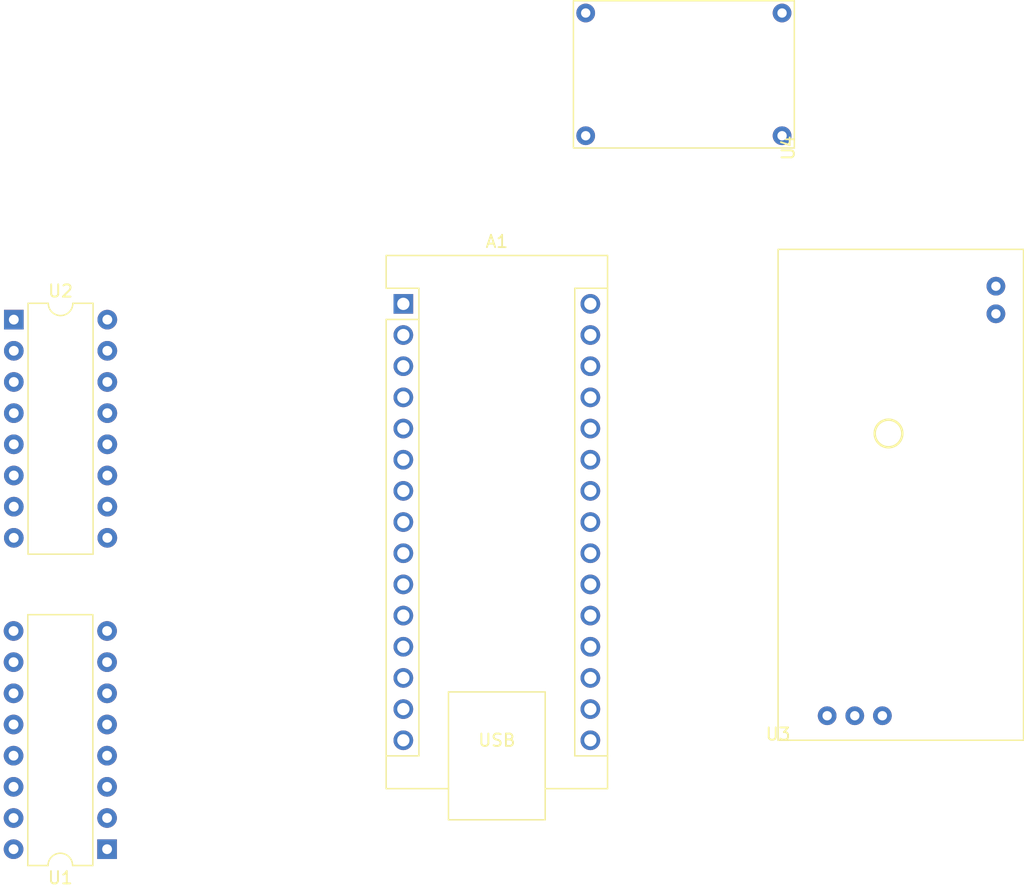
<source format=kicad_pcb>
(kicad_pcb (version 20211014) (generator pcbnew)
  (layers (0 "F.Cu" signal) (31 "B.Cu" signal) (34 "B.Paste" user) (35 "F.Paste" user) (36 "B.SilkS" user "B.Silkscreen") (37 "F.SilkS" user "F.Silkscreen") (38 "B.Mask" user) (39 "F.Mask" user) (44 "Edge.Cuts" user))
  (net 0 "")
  (net 4 "GND")
  (net 6 "Net-(U2-Pad1)")
  (net 7 "Net-(A1-Pad7)")
  (net 8 "Net-(A1-Pad8)")
  (net 9 "Net-(A1-Pad9)")
  (net 10 "Net-(A1-Pad10)")
  (net 11 "Net-(A1-Pad11)")
  (net 12 "Net-(A1-Pad12)")
  (net 13 "Net-(A1-Pad13)")
  (net 27 "VCC")
  (net 29 "Net-(A1-Pad30)")
  (net 41 "Net-(U2-Pad12)")
  (footprint "Package_DIP:DIP-16_W7.62mm" (layer "F.Cu") (at 90.16 113.015 180)
    (fp_text reference "U1" (at 3.81 -2.33) (layer "F.SilkS"))
    (fp_text value "74141")
    (fp_line (start 1.16 -1.33) (end 1.16 19.11) (layer "F.SilkS") (width 0.12))
    (fp_line (start 2.81 -1.33) (end 1.16 -1.33) (layer "F.SilkS") (width 0.12))
    (fp_line (start 6.46 -1.33) (end 4.81 -1.33) (layer "F.SilkS") (width 0.12))
    (fp_line (start 1.16 19.11) (end 6.46 19.11) (layer "F.SilkS") (width 0.12))
    (fp_line (start 6.46 19.11) (end 6.46 -1.33) (layer "F.SilkS") (width 0.12))
    (fp_arc (start 4.81 -1.33) (mid 3.81 -0.33) (end 2.81 -1.33) (layer "F.SilkS") (width 0.12))
    (pad "1" thru_hole rect (at 0 0 180) (size 1.6 1.6) (drill 0.8) (layers *.Cu *.Mask))
    (pad "2" thru_hole oval (at 0 2.54 180) (size 1.6 1.6) (drill 0.8) (layers *.Cu *.Mask))
    (pad "3" thru_hole oval (at 0 5.08 180) (size 1.6 1.6) (drill 0.8) (layers *.Cu *.Mask) (net 10 "Net-(A1-Pad10)"))
    (pad "4" thru_hole oval (at 0 7.62 180) (size 1.6 1.6) (drill 0.8) (layers *.Cu *.Mask) (net 13 "Net-(A1-Pad13)"))
    (pad "5" thru_hole oval (at 0 10.16 180) (size 1.6 1.6) (drill 0.8) (layers *.Cu *.Mask) (net 27 "VCC"))
    (pad "6" thru_hole oval (at 0 12.7 180) (size 1.6 1.6) (drill 0.8) (layers *.Cu *.Mask) (net 11 "Net-(A1-Pad11)"))
    (pad "7" thru_hole oval (at 0 15.24 180) (size 1.6 1.6) (drill 0.8) (layers *.Cu *.Mask) (net 12 "Net-(A1-Pad12)"))
    (pad "8" thru_hole oval (at 0 17.78 180) (size 1.6 1.6) (drill 0.8) (layers *.Cu *.Mask))
    (pad "9" thru_hole oval (at 7.62 17.78 180) (size 1.6 1.6) (drill 0.8) (layers *.Cu *.Mask))
    (pad "10" thru_hole oval (at 7.62 15.24 180) (size 1.6 1.6) (drill 0.8) (layers *.Cu *.Mask))
    (pad "11" thru_hole oval (at 7.62 12.7 180) (size 1.6 1.6) (drill 0.8) (layers *.Cu *.Mask))
    (pad "12" thru_hole oval (at 7.62 10.16 180) (size 1.6 1.6) (drill 0.8) (layers *.Cu *.Mask) (net 4 "GND"))
    (pad "13" thru_hole oval (at 7.62 7.62 180) (size 1.6 1.6) (drill 0.8) (layers *.Cu *.Mask))
    (pad "14" thru_hole oval (at 7.62 5.08 180) (size 1.6 1.6) (drill 0.8) (layers *.Cu *.Mask))
    (pad "15" thru_hole oval (at 7.62 2.54 180) (size 1.6 1.6) (drill 0.8) (layers *.Cu *.Mask))
    (pad "16" thru_hole oval (at 7.62 0 180) (size 1.6 1.6) (drill 0.8) (layers *.Cu *.Mask))
  )
  (footprint "Module:Arduino_Nano" (layer "F.Cu") (at 114.3 68.58)
    (fp_text reference "A1" (at 7.62 -5.08) (layer "F.SilkS"))
    (fp_text value "Arduino_Nano_Every")
    (fp_text user "USB" (at 7.62 35.56 unlocked) (layer "F.SilkS"))
    (fp_line (start 1.27 1.27) (end 1.27 -1.27) (layer "F.SilkS") (width 0.12))
    (fp_line (start 3.68 31.62) (end 11.56 31.62) (layer "F.SilkS") (width 0.12))
    (fp_line (start 1.27 1.27) (end 1.27 36.83) (layer "F.SilkS") (width 0.12))
    (fp_line (start 11.56 42.04) (end 3.68 42.04) (layer "F.SilkS") (width 0.12))
    (fp_line (start 1.27 -1.27) (end -1.4 -1.27) (layer "F.SilkS") (width 0.12))
    (fp_line (start 11.56 31.62) (end 11.56 42.04) (layer "F.SilkS") (width 0.12))
    (fp_line (start -1.4 -3.94) (end -1.4 -1.27) (layer "F.SilkS") (width 0.12))
    (fp_line (start 16.64 -3.94) (end -1.4 -3.94) (layer "F.SilkS") (width 0.12))
    (fp_line (start 13.97 -1.27) (end 13.97 36.83) (layer "F.SilkS") (width 0.12))
    (fp_line (start 1.27 36.83) (end -1.4 36.83) (layer "F.SilkS") (width 0.12))
    (fp_line (start 16.64 39.5) (end 16.64 -3.94) (layer "F.SilkS") (width 0.12))
    (fp_line (start 13.97 36.83) (end 16.64 36.83) (layer "F.SilkS") (width 0.12))
    (fp_line (start 3.68 42.04) (end 3.68 31.62) (layer "F.SilkS") (width 0.12))
    (fp_line (start 13.97 -1.27) (end 16.64 -1.27) (layer "F.SilkS") (width 0.12))
    (fp_line (start -1.4 1.27) (end -1.4 39.5) (layer "F.SilkS") (width 0.12))
    (fp_line (start 16.64 39.5) (end 11.56 39.5) (layer "F.SilkS") (width 0.12))
    (fp_line (start 1.27 1.27) (end -1.4 1.27) (layer "F.SilkS") (width 0.12))
    (fp_line (start -1.4 39.5) (end 3.68 39.5) (layer "F.SilkS") (width 0.12))
    (pad "1" thru_hole rect (at 0 0) (size 1.6 1.6) (drill 1) (layers *.Cu *.Mask))
    (pad "2" thru_hole oval (at 0 2.54) (size 1.6 1.6) (drill 1) (layers *.Cu *.Mask))
    (pad "3" thru_hole oval (at 0 5.08) (size 1.6 1.6) (drill 1) (layers *.Cu *.Mask))
    (pad "4" thru_hole oval (at 0 7.62) (size 1.6 1.6) (drill 1) (layers *.Cu *.Mask) (net 4 "GND"))
    (pad "5" thru_hole oval (at 0 10.16) (size 1.6 1.6) (drill 1) (layers *.Cu *.Mask))
    (pad "6" thru_hole oval (at 0 12.7) (size 1.6 1.6) (drill 1) (layers *.Cu *.Mask) (net 6 "Net-(U2-Pad1)"))
    (pad "7" thru_hole oval (at 0 15.24) (size 1.6 1.6) (drill 1) (layers *.Cu *.Mask) (net 7 "Net-(A1-Pad7)"))
    (pad "8" thru_hole oval (at 0 17.78) (size 1.6 1.6) (drill 1) (layers *.Cu *.Mask) (net 8 "Net-(A1-Pad8)"))
    (pad "9" thru_hole oval (at 0 20.32) (size 1.6 1.6) (drill 1) (layers *.Cu *.Mask) (net 9 "Net-(A1-Pad9)"))
    (pad "10" thru_hole oval (at 0 22.86) (size 1.6 1.6) (drill 1) (layers *.Cu *.Mask) (net 10 "Net-(A1-Pad10)"))
    (pad "11" thru_hole oval (at 0 25.4) (size 1.6 1.6) (drill 1) (layers *.Cu *.Mask) (net 11 "Net-(A1-Pad11)"))
    (pad "12" thru_hole oval (at 0 27.94) (size 1.6 1.6) (drill 1) (layers *.Cu *.Mask) (net 12 "Net-(A1-Pad12)"))
    (pad "13" thru_hole oval (at 0 30.48) (size 1.6 1.6) (drill 1) (layers *.Cu *.Mask) (net 13 "Net-(A1-Pad13)"))
    (pad "14" thru_hole oval (at 0 33.02) (size 1.6 1.6) (drill 1) (layers *.Cu *.Mask))
    (pad "15" thru_hole oval (at 0 35.56) (size 1.6 1.6) (drill 1) (layers *.Cu *.Mask))
    (pad "16" thru_hole oval (at 15.24 35.56) (size 1.6 1.6) (drill 1) (layers *.Cu *.Mask))
    (pad "17" thru_hole oval (at 15.24 33.02) (size 1.6 1.6) (drill 1) (layers *.Cu *.Mask))
    (pad "18" thru_hole oval (at 15.24 30.48) (size 1.6 1.6) (drill 1) (layers *.Cu *.Mask))
    (pad "19" thru_hole oval (at 15.24 27.94) (size 1.6 1.6) (drill 1) (layers *.Cu *.Mask))
    (pad "20" thru_hole oval (at 15.24 25.4) (size 1.6 1.6) (drill 1) (layers *.Cu *.Mask))
    (pad "21" thru_hole oval (at 15.24 22.86) (size 1.6 1.6) (drill 1) (layers *.Cu *.Mask))
    (pad "22" thru_hole oval (at 15.24 20.32) (size 1.6 1.6) (drill 1) (layers *.Cu *.Mask))
    (pad "23" thru_hole oval (at 15.24 17.78) (size 1.6 1.6) (drill 1) (layers *.Cu *.Mask))
    (pad "24" thru_hole oval (at 15.24 15.24) (size 1.6 1.6) (drill 1) (layers *.Cu *.Mask))
    (pad "25" thru_hole oval (at 15.24 12.7) (size 1.6 1.6) (drill 1) (layers *.Cu *.Mask))
    (pad "26" thru_hole oval (at 15.24 10.16) (size 1.6 1.6) (drill 1) (layers *.Cu *.Mask))
    (pad "27" thru_hole oval (at 15.24 7.62) (size 1.6 1.6) (drill 1) (layers *.Cu *.Mask) (net 27 "VCC"))
    (pad "28" thru_hole oval (at 15.24 5.08) (size 1.6 1.6) (drill 1) (layers *.Cu *.Mask))
    (pad "29" thru_hole oval (at 15.24 2.54) (size 1.6 1.6) (drill 1) (layers *.Cu *.Mask) (net 4 "GND"))
    (pad "30" thru_hole oval (at 15.24 0) (size 1.6 1.6) (drill 1) (layers *.Cu *.Mask) (net 29 "Net-(A1-Pad30)"))
  )
  (footprint "Converter_DCDC:HV_supply_module" (layer "F.Cu") (at 157.535 91.44)
    (fp_text reference "U3" (at -12.7 12.2 unlocked) (layer "F.SilkS"))
    (fp_text value "HV_supply_module")
    (fp_rect (start -12.7 12.7) (end 7.3 -27.3) (layer "F.SilkS") (width 0.12) (fill none))
    (fp_circle (center -3.7 -12.3) (end -2.575 -12.3) (layer "F.SilkS") (width 0.2) (fill none))
    (pad "1" thru_hole circle (at -8.7 10.7) (size 1.524 1.524) (drill 0.762) (layers *.Cu *.Mask))
    (pad "2" thru_hole circle (at -6.45 10.7) (size 1.524 1.524) (drill 0.762) (layers *.Cu *.Mask))
    (pad "3" thru_hole circle (at -4.2 10.7) (size 1.524 1.524) (drill 0.762) (layers *.Cu *.Mask) (net 41 "Net-(U2-Pad12)"))
    (pad "5" thru_hole circle (at 5.05 -22.05) (size 1.524 1.524) (drill 0.762) (layers *.Cu *.Mask) (net 27 "VCC"))
    (pad "e" thru_hole circle (at 5.05 -24.3) (size 1.524 1.524) (drill 0.762) (layers *.Cu *.Mask))
  )
  (footprint "Package_DIP:DIP-16_W7.62mm" (layer "F.Cu") (at 82.56 69.865)
    (fp_text reference "U2" (at 3.81 -2.33) (layer "F.SilkS"))
    (fp_text value "TLP627-4")
    (fp_line (start 6.46 19.11) (end 6.46 -1.33) (layer "F.SilkS") (width 0.12))
    (fp_line (start 6.46 -1.33) (end 4.81 -1.33) (layer "F.SilkS") (width 0.12))
    (fp_line (start 2.81 -1.33) (end 1.16 -1.33) (layer "F.SilkS") (width 0.12))
    (fp_line (start 1.16 19.11) (end 6.46 19.11) (layer "F.SilkS") (width 0.12))
    (fp_line (start 1.16 -1.33) (end 1.16 19.11) (layer "F.SilkS") (width 0.12))
    (fp_arc (start 4.81 -1.33) (mid 3.81 -0.33) (end 2.81 -1.33) (layer "F.SilkS") (width 0.12))
    (pad "1" thru_hole rect (at 0 0) (size 1.6 1.6) (drill 0.8) (layers *.Cu *.Mask) (net 6 "Net-(U2-Pad1)"))
    (pad "2" thru_hole oval (at 0 2.54) (size 1.6 1.6) (drill 0.8) (layers *.Cu *.Mask) (net 4 "GND"))
    (pad "3" thru_hole oval (at 0 5.08) (size 1.6 1.6) (drill 0.8) (layers *.Cu *.Mask) (net 7 "Net-(A1-Pad7)"))
    (pad "4" thru_hole oval (at 0 7.62) (size 1.6 1.6) (drill 0.8) (layers *.Cu *.Mask) (net 4 "GND"))
    (pad "5" thru_hole oval (at 0 10.16) (size 1.6 1.6) (drill 0.8) (layers *.Cu *.Mask) (net 8 "Net-(A1-Pad8)"))
    (pad "6" thru_hole oval (at 0 12.7) (size 1.6 1.6) (drill 0.8) (layers *.Cu *.Mask) (net 4 "GND"))
    (pad "7" thru_hole oval (at 0 15.24) (size 1.6 1.6) (drill 0.8) (layers *.Cu *.Mask) (net 9 "Net-(A1-Pad9)"))
    (pad "8" thru_hole oval (at 0 17.78) (size 1.6 1.6) (drill 0.8) (layers *.Cu *.Mask) (net 4 "GND"))
    (pad "9" thru_hole oval (at 7.62 17.78) (size 1.6 1.6) (drill 0.8) (layers *.Cu *.Mask))
    (pad "10" thru_hole oval (at 7.62 15.24) (size 1.6 1.6) (drill 0.8) (layers *.Cu *.Mask) (net 41 "Net-(U2-Pad12)"))
    (pad "11" thru_hole oval (at 7.62 12.7) (size 1.6 1.6) (drill 0.8) (layers *.Cu *.Mask))
    (pad "12" thru_hole oval (at 7.62 10.16) (size 1.6 1.6) (drill 0.8) (layers *.Cu *.Mask) (net 41 "Net-(U2-Pad12)"))
    (pad "13" thru_hole oval (at 7.62 7.62) (size 1.6 1.6) (drill 0.8) (layers *.Cu *.Mask))
    (pad "14" thru_hole oval (at 7.62 5.08) (size 1.6 1.6) (drill 0.8) (layers *.Cu *.Mask) (net 41 "Net-(U2-Pad12)"))
    (pad "15" thru_hole oval (at 7.62 2.54) (size 1.6 1.6) (drill 0.8) (layers *.Cu *.Mask))
    (pad "16" thru_hole oval (at 7.62 0) (size 1.6 1.6) (drill 0.8) (layers *.Cu *.Mask) (net 41 "Net-(U2-Pad12)"))
  )
  (footprint "Converter_DCDC:DC-DC_MINI_360_Step_down" (layer "F.Cu") (at 137.16 48.26 90)
    (fp_text reference "U4" (at -7.62 8.5 90 unlocked) (layer "F.SilkS"))
    (fp_text value "Mini360")
    (fp_rect (start -7.62 9) (end 4.38 -9) (layer "F.SilkS") (width 0.12) (fill none))
    (pad "1" thru_hole circle (at -6.62 8 90) (size 1.524 1.524) (drill 0.762) (layers *.Cu *.Mask) (net 4 "GND"))
    (pad "2" thru_hole circle (at 3.38 8 90) (size 1.524 1.524) (drill 0.762) (layers *.Cu *.Mask) (net 27 "VCC"))
    (pad "3" thru_hole circle (at 3.38 -8 90) (size 1.524 1.524) (drill 0.762) (layers *.Cu *.Mask) (net 29 "Net-(A1-Pad30)"))
    (pad "4" thru_hole circle (at -6.62 -8 90) (size 1.524 1.524) (drill 0.762) (layers *.Cu *.Mask))
  )
)
</source>
